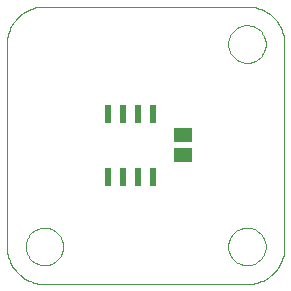
<source format=gtp>
G75*
G70*
%OFA0B0*%
%FSLAX24Y24*%
%IPPOS*%
%LPD*%
%AMOC8*
5,1,8,0,0,1.08239X$1,22.5*
%
%ADD10C,0.0000*%
%ADD11R,0.0236X0.0610*%
%ADD12R,0.0591X0.0512*%
D10*
X000680Y001930D02*
X000680Y008680D01*
X000682Y008748D01*
X000687Y008815D01*
X000696Y008882D01*
X000709Y008949D01*
X000726Y009014D01*
X000745Y009079D01*
X000769Y009143D01*
X000796Y009205D01*
X000826Y009266D01*
X000859Y009324D01*
X000895Y009381D01*
X000935Y009436D01*
X000977Y009489D01*
X001023Y009540D01*
X001070Y009587D01*
X001121Y009633D01*
X001174Y009675D01*
X001229Y009715D01*
X001286Y009751D01*
X001344Y009784D01*
X001405Y009814D01*
X001467Y009841D01*
X001531Y009865D01*
X001596Y009884D01*
X001661Y009901D01*
X001728Y009914D01*
X001795Y009923D01*
X001862Y009928D01*
X001930Y009930D01*
X008680Y009930D01*
X008748Y009928D01*
X008815Y009923D01*
X008882Y009914D01*
X008949Y009901D01*
X009014Y009884D01*
X009079Y009865D01*
X009143Y009841D01*
X009205Y009814D01*
X009266Y009784D01*
X009324Y009751D01*
X009381Y009715D01*
X009436Y009675D01*
X009489Y009633D01*
X009540Y009587D01*
X009587Y009540D01*
X009633Y009489D01*
X009675Y009436D01*
X009715Y009381D01*
X009751Y009324D01*
X009784Y009266D01*
X009814Y009205D01*
X009841Y009143D01*
X009865Y009079D01*
X009884Y009014D01*
X009901Y008949D01*
X009914Y008882D01*
X009923Y008815D01*
X009928Y008748D01*
X009930Y008680D01*
X009930Y001930D01*
X009928Y001862D01*
X009923Y001795D01*
X009914Y001728D01*
X009901Y001661D01*
X009884Y001596D01*
X009865Y001531D01*
X009841Y001467D01*
X009814Y001405D01*
X009784Y001344D01*
X009751Y001286D01*
X009715Y001229D01*
X009675Y001174D01*
X009633Y001121D01*
X009587Y001070D01*
X009540Y001023D01*
X009489Y000977D01*
X009436Y000935D01*
X009381Y000895D01*
X009324Y000859D01*
X009266Y000826D01*
X009205Y000796D01*
X009143Y000769D01*
X009079Y000745D01*
X009014Y000726D01*
X008949Y000709D01*
X008882Y000696D01*
X008815Y000687D01*
X008748Y000682D01*
X008680Y000680D01*
X001930Y000680D01*
X001862Y000682D01*
X001795Y000687D01*
X001728Y000696D01*
X001661Y000709D01*
X001596Y000726D01*
X001531Y000745D01*
X001467Y000769D01*
X001405Y000796D01*
X001344Y000826D01*
X001286Y000859D01*
X001229Y000895D01*
X001174Y000935D01*
X001121Y000977D01*
X001070Y001023D01*
X001023Y001070D01*
X000977Y001121D01*
X000935Y001174D01*
X000895Y001229D01*
X000859Y001286D01*
X000826Y001344D01*
X000796Y001405D01*
X000769Y001467D01*
X000745Y001531D01*
X000726Y001596D01*
X000709Y001661D01*
X000696Y001728D01*
X000687Y001795D01*
X000682Y001862D01*
X000680Y001930D01*
X001305Y001930D02*
X001307Y001980D01*
X001313Y002029D01*
X001323Y002078D01*
X001336Y002125D01*
X001354Y002172D01*
X001375Y002217D01*
X001399Y002260D01*
X001427Y002301D01*
X001458Y002340D01*
X001492Y002376D01*
X001529Y002410D01*
X001569Y002440D01*
X001610Y002467D01*
X001654Y002491D01*
X001699Y002511D01*
X001746Y002527D01*
X001794Y002540D01*
X001843Y002549D01*
X001893Y002554D01*
X001942Y002555D01*
X001992Y002552D01*
X002041Y002545D01*
X002090Y002534D01*
X002137Y002520D01*
X002183Y002501D01*
X002228Y002479D01*
X002271Y002454D01*
X002311Y002425D01*
X002349Y002393D01*
X002385Y002359D01*
X002418Y002321D01*
X002447Y002281D01*
X002473Y002239D01*
X002496Y002195D01*
X002515Y002149D01*
X002531Y002102D01*
X002543Y002053D01*
X002551Y002004D01*
X002555Y001955D01*
X002555Y001905D01*
X002551Y001856D01*
X002543Y001807D01*
X002531Y001758D01*
X002515Y001711D01*
X002496Y001665D01*
X002473Y001621D01*
X002447Y001579D01*
X002418Y001539D01*
X002385Y001501D01*
X002349Y001467D01*
X002311Y001435D01*
X002271Y001406D01*
X002228Y001381D01*
X002183Y001359D01*
X002137Y001340D01*
X002090Y001326D01*
X002041Y001315D01*
X001992Y001308D01*
X001942Y001305D01*
X001893Y001306D01*
X001843Y001311D01*
X001794Y001320D01*
X001746Y001333D01*
X001699Y001349D01*
X001654Y001369D01*
X001610Y001393D01*
X001569Y001420D01*
X001529Y001450D01*
X001492Y001484D01*
X001458Y001520D01*
X001427Y001559D01*
X001399Y001600D01*
X001375Y001643D01*
X001354Y001688D01*
X001336Y001735D01*
X001323Y001782D01*
X001313Y001831D01*
X001307Y001880D01*
X001305Y001930D01*
X008055Y001930D02*
X008057Y001980D01*
X008063Y002029D01*
X008073Y002078D01*
X008086Y002125D01*
X008104Y002172D01*
X008125Y002217D01*
X008149Y002260D01*
X008177Y002301D01*
X008208Y002340D01*
X008242Y002376D01*
X008279Y002410D01*
X008319Y002440D01*
X008360Y002467D01*
X008404Y002491D01*
X008449Y002511D01*
X008496Y002527D01*
X008544Y002540D01*
X008593Y002549D01*
X008643Y002554D01*
X008692Y002555D01*
X008742Y002552D01*
X008791Y002545D01*
X008840Y002534D01*
X008887Y002520D01*
X008933Y002501D01*
X008978Y002479D01*
X009021Y002454D01*
X009061Y002425D01*
X009099Y002393D01*
X009135Y002359D01*
X009168Y002321D01*
X009197Y002281D01*
X009223Y002239D01*
X009246Y002195D01*
X009265Y002149D01*
X009281Y002102D01*
X009293Y002053D01*
X009301Y002004D01*
X009305Y001955D01*
X009305Y001905D01*
X009301Y001856D01*
X009293Y001807D01*
X009281Y001758D01*
X009265Y001711D01*
X009246Y001665D01*
X009223Y001621D01*
X009197Y001579D01*
X009168Y001539D01*
X009135Y001501D01*
X009099Y001467D01*
X009061Y001435D01*
X009021Y001406D01*
X008978Y001381D01*
X008933Y001359D01*
X008887Y001340D01*
X008840Y001326D01*
X008791Y001315D01*
X008742Y001308D01*
X008692Y001305D01*
X008643Y001306D01*
X008593Y001311D01*
X008544Y001320D01*
X008496Y001333D01*
X008449Y001349D01*
X008404Y001369D01*
X008360Y001393D01*
X008319Y001420D01*
X008279Y001450D01*
X008242Y001484D01*
X008208Y001520D01*
X008177Y001559D01*
X008149Y001600D01*
X008125Y001643D01*
X008104Y001688D01*
X008086Y001735D01*
X008073Y001782D01*
X008063Y001831D01*
X008057Y001880D01*
X008055Y001930D01*
X008055Y008680D02*
X008057Y008730D01*
X008063Y008779D01*
X008073Y008828D01*
X008086Y008875D01*
X008104Y008922D01*
X008125Y008967D01*
X008149Y009010D01*
X008177Y009051D01*
X008208Y009090D01*
X008242Y009126D01*
X008279Y009160D01*
X008319Y009190D01*
X008360Y009217D01*
X008404Y009241D01*
X008449Y009261D01*
X008496Y009277D01*
X008544Y009290D01*
X008593Y009299D01*
X008643Y009304D01*
X008692Y009305D01*
X008742Y009302D01*
X008791Y009295D01*
X008840Y009284D01*
X008887Y009270D01*
X008933Y009251D01*
X008978Y009229D01*
X009021Y009204D01*
X009061Y009175D01*
X009099Y009143D01*
X009135Y009109D01*
X009168Y009071D01*
X009197Y009031D01*
X009223Y008989D01*
X009246Y008945D01*
X009265Y008899D01*
X009281Y008852D01*
X009293Y008803D01*
X009301Y008754D01*
X009305Y008705D01*
X009305Y008655D01*
X009301Y008606D01*
X009293Y008557D01*
X009281Y008508D01*
X009265Y008461D01*
X009246Y008415D01*
X009223Y008371D01*
X009197Y008329D01*
X009168Y008289D01*
X009135Y008251D01*
X009099Y008217D01*
X009061Y008185D01*
X009021Y008156D01*
X008978Y008131D01*
X008933Y008109D01*
X008887Y008090D01*
X008840Y008076D01*
X008791Y008065D01*
X008742Y008058D01*
X008692Y008055D01*
X008643Y008056D01*
X008593Y008061D01*
X008544Y008070D01*
X008496Y008083D01*
X008449Y008099D01*
X008404Y008119D01*
X008360Y008143D01*
X008319Y008170D01*
X008279Y008200D01*
X008242Y008234D01*
X008208Y008270D01*
X008177Y008309D01*
X008149Y008350D01*
X008125Y008393D01*
X008104Y008438D01*
X008086Y008485D01*
X008073Y008532D01*
X008063Y008581D01*
X008057Y008630D01*
X008055Y008680D01*
D11*
X005555Y006364D03*
X005055Y006364D03*
X004555Y006364D03*
X004055Y006364D03*
X004055Y004238D03*
X004555Y004238D03*
X005055Y004238D03*
X005555Y004238D03*
D12*
X006555Y004970D03*
X006555Y005640D03*
M02*

</source>
